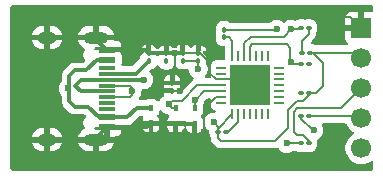
<source format=gtl>
G04 #@! TF.GenerationSoftware,KiCad,Pcbnew,9.0.1*
G04 #@! TF.CreationDate,2025-08-21T17:20:25+05:00*
G04 #@! TF.ProjectId,usb_to_uart,7573625f-746f-45f7-9561-72742e6b6963,rev?*
G04 #@! TF.SameCoordinates,Original*
G04 #@! TF.FileFunction,Copper,L1,Top*
G04 #@! TF.FilePolarity,Positive*
%FSLAX46Y46*%
G04 Gerber Fmt 4.6, Leading zero omitted, Abs format (unit mm)*
G04 Created by KiCad (PCBNEW 9.0.1) date 2025-08-21 17:20:25*
%MOMM*%
%LPD*%
G01*
G04 APERTURE LIST*
G04 Aperture macros list*
%AMRoundRect*
0 Rectangle with rounded corners*
0 $1 Rounding radius*
0 $2 $3 $4 $5 $6 $7 $8 $9 X,Y pos of 4 corners*
0 Add a 4 corners polygon primitive as box body*
4,1,4,$2,$3,$4,$5,$6,$7,$8,$9,$2,$3,0*
0 Add four circle primitives for the rounded corners*
1,1,$1+$1,$2,$3*
1,1,$1+$1,$4,$5*
1,1,$1+$1,$6,$7*
1,1,$1+$1,$8,$9*
0 Add four rect primitives between the rounded corners*
20,1,$1+$1,$2,$3,$4,$5,0*
20,1,$1+$1,$4,$5,$6,$7,0*
20,1,$1+$1,$6,$7,$8,$9,0*
20,1,$1+$1,$8,$9,$2,$3,0*%
G04 Aperture macros list end*
G04 #@! TA.AperFunction,SMDPad,CuDef*
%ADD10RoundRect,0.100000X-0.130000X-0.100000X0.130000X-0.100000X0.130000X0.100000X-0.130000X0.100000X0*%
G04 #@! TD*
G04 #@! TA.AperFunction,SMDPad,CuDef*
%ADD11R,0.400000X0.480000*%
G04 #@! TD*
G04 #@! TA.AperFunction,SMDPad,CuDef*
%ADD12RoundRect,0.100000X0.130000X0.100000X-0.130000X0.100000X-0.130000X-0.100000X0.130000X-0.100000X0*%
G04 #@! TD*
G04 #@! TA.AperFunction,SMDPad,CuDef*
%ADD13RoundRect,0.062500X-0.337500X-0.062500X0.337500X-0.062500X0.337500X0.062500X-0.337500X0.062500X0*%
G04 #@! TD*
G04 #@! TA.AperFunction,SMDPad,CuDef*
%ADD14RoundRect,0.062500X-0.062500X-0.337500X0.062500X-0.337500X0.062500X0.337500X-0.062500X0.337500X0*%
G04 #@! TD*
G04 #@! TA.AperFunction,HeatsinkPad*
%ADD15R,3.350000X3.350000*%
G04 #@! TD*
G04 #@! TA.AperFunction,ComponentPad*
%ADD16R,1.700000X1.700000*%
G04 #@! TD*
G04 #@! TA.AperFunction,ComponentPad*
%ADD17C,1.700000*%
G04 #@! TD*
G04 #@! TA.AperFunction,SMDPad,CuDef*
%ADD18RoundRect,0.100000X0.100000X-0.130000X0.100000X0.130000X-0.100000X0.130000X-0.100000X-0.130000X0*%
G04 #@! TD*
G04 #@! TA.AperFunction,SMDPad,CuDef*
%ADD19R,1.450000X0.600000*%
G04 #@! TD*
G04 #@! TA.AperFunction,SMDPad,CuDef*
%ADD20R,1.450000X0.300000*%
G04 #@! TD*
G04 #@! TA.AperFunction,HeatsinkPad*
%ADD21O,2.100000X1.000000*%
G04 #@! TD*
G04 #@! TA.AperFunction,HeatsinkPad*
%ADD22O,1.600000X1.000000*%
G04 #@! TD*
G04 #@! TA.AperFunction,ViaPad*
%ADD23C,0.600000*%
G04 #@! TD*
G04 #@! TA.AperFunction,Conductor*
%ADD24C,0.200000*%
G04 #@! TD*
G04 #@! TA.AperFunction,Conductor*
%ADD25C,0.300000*%
G04 #@! TD*
G04 APERTURE END LIST*
D10*
X138125000Y-102200000D03*
X138765000Y-102200000D03*
D11*
X127500000Y-107220000D03*
X127500000Y-105900000D03*
D12*
X138840000Y-101200000D03*
X138200000Y-101200000D03*
D13*
X131350000Y-102480000D03*
X131350000Y-102980000D03*
X131350000Y-103480000D03*
X131350000Y-103980000D03*
X131350000Y-104480000D03*
X131350000Y-104980000D03*
X131350000Y-105480000D03*
D14*
X132300000Y-106430000D03*
X132800000Y-106430000D03*
X133300000Y-106430000D03*
X133800000Y-106430000D03*
X134300000Y-106430000D03*
X134800000Y-106430000D03*
X135300000Y-106430000D03*
D13*
X136250000Y-105480000D03*
X136250000Y-104980000D03*
X136250000Y-104480000D03*
X136250000Y-103980000D03*
X136250000Y-103480000D03*
X136250000Y-102980000D03*
X136250000Y-102480000D03*
D14*
X135300000Y-101530000D03*
X134800000Y-101530000D03*
X134300000Y-101530000D03*
X133800000Y-101530000D03*
X133300000Y-101530000D03*
X132800000Y-101530000D03*
X132300000Y-101530000D03*
D15*
X133800000Y-103980000D03*
D12*
X138765000Y-106600000D03*
X138125000Y-106600000D03*
D16*
X143215000Y-99120000D03*
D17*
X143215000Y-101660000D03*
X143215000Y-104200000D03*
X143215000Y-106740000D03*
X143215000Y-109280000D03*
D18*
X126700000Y-101920000D03*
X126700000Y-101280000D03*
X127200000Y-104420000D03*
X127200000Y-103780000D03*
X125200000Y-101900000D03*
X125200000Y-101260000D03*
D19*
X121685000Y-101000000D03*
X121685000Y-101800000D03*
D20*
X121685000Y-103000000D03*
X121685000Y-104000000D03*
X121685000Y-104500000D03*
X121685000Y-105500000D03*
D19*
X121685000Y-106700000D03*
X121685000Y-107500000D03*
X121685000Y-107500000D03*
X121685000Y-106700000D03*
D20*
X121685000Y-106000000D03*
X121685000Y-105000000D03*
X121685000Y-103500000D03*
X121685000Y-102500000D03*
D19*
X121685000Y-101800000D03*
X121685000Y-101000000D03*
D21*
X120770000Y-99930000D03*
D22*
X116590000Y-99930000D03*
D21*
X120770000Y-108570000D03*
D22*
X116590000Y-108570000D03*
D11*
X129100000Y-105940000D03*
X129100000Y-107260000D03*
D12*
X138775000Y-104600000D03*
X138135000Y-104600000D03*
X138765000Y-108900000D03*
X138125000Y-108900000D03*
D11*
X125400000Y-105887500D03*
X125400000Y-107207500D03*
D10*
X131080000Y-107900000D03*
X131720000Y-107900000D03*
D18*
X129400000Y-101920000D03*
X129400000Y-101280000D03*
X128100000Y-101900000D03*
X128100000Y-101260000D03*
D10*
X138125000Y-99100000D03*
X138765000Y-99100000D03*
D18*
X131600000Y-99920000D03*
X131600000Y-99280000D03*
D23*
X134500000Y-102888663D03*
X132700000Y-103400000D03*
X127900000Y-104500000D03*
X135100000Y-104888663D03*
X127400000Y-101260000D03*
X134500000Y-103880000D03*
X133930262Y-103891337D03*
X133930262Y-104900000D03*
X132700000Y-104908663D03*
X133930262Y-104411337D03*
X126500000Y-107207500D03*
X132700000Y-103900000D03*
X134500000Y-104888663D03*
X133300000Y-103391337D03*
X132700000Y-104420000D03*
X132700000Y-102908663D03*
X134500000Y-104400000D03*
X133930262Y-103391337D03*
X135100000Y-102888663D03*
X135100000Y-104400000D03*
X129900000Y-107900000D03*
X133300000Y-104900000D03*
X135100000Y-103380000D03*
X133300000Y-102900000D03*
X133300000Y-104411337D03*
X135100000Y-103880000D03*
X133300000Y-103891337D03*
X134500000Y-103380000D03*
X133930262Y-102900000D03*
X136050000Y-99250000D03*
X118396490Y-104241404D03*
X129400000Y-102600000D03*
X130700000Y-107100000D03*
X139200000Y-107800000D03*
X137250000Y-99250000D03*
X136900000Y-108900000D03*
X137300000Y-102000000D03*
X126900000Y-105600000D03*
X123800000Y-104500000D03*
X129100000Y-105200000D03*
X124800000Y-103500000D03*
D24*
X129400000Y-101280000D02*
X129400000Y-100000000D01*
X132500000Y-103480000D02*
X133000000Y-103480000D01*
X129400000Y-100000000D02*
X131200000Y-98200000D01*
D25*
X125200000Y-101260000D02*
X124940000Y-101000000D01*
D24*
X133300000Y-103480000D02*
X133460000Y-103640000D01*
D25*
X121685000Y-107500000D02*
X120615000Y-108570000D01*
X120615000Y-108570000D02*
X116590000Y-108570000D01*
D24*
X129060000Y-107220000D02*
X129100000Y-107260000D01*
X129900000Y-107900000D02*
X129900000Y-108000000D01*
D25*
X126500000Y-107207500D02*
X127487500Y-107207500D01*
X125412500Y-107220000D02*
X125400000Y-107207500D01*
X125107500Y-107500000D02*
X121685000Y-107500000D01*
D24*
X127200000Y-104420000D02*
X127820000Y-104420000D01*
X128100000Y-101260000D02*
X129380000Y-101260000D01*
D25*
X125400000Y-107207500D02*
X125107500Y-107500000D01*
D24*
X130934202Y-104980000D02*
X129900000Y-106014202D01*
X127200000Y-102700000D02*
X127400000Y-102500000D01*
X130300000Y-102900000D02*
X130880000Y-103480000D01*
X127500000Y-107220000D02*
X129060000Y-107220000D01*
X127200000Y-103780000D02*
X127200000Y-102700000D01*
X129380000Y-101260000D02*
X129400000Y-101280000D01*
X133000000Y-103480000D02*
X133300000Y-103480000D01*
X131350000Y-104980000D02*
X130934202Y-104980000D01*
X142295000Y-98200000D02*
X143215000Y-99120000D01*
X130880000Y-103480000D02*
X132500000Y-103480000D01*
D25*
X125200000Y-101260000D02*
X127400000Y-101260000D01*
D24*
X129400000Y-101280000D02*
X129580000Y-101280000D01*
X127820000Y-104420000D02*
X127900000Y-104500000D01*
D25*
X124940000Y-101000000D02*
X121685000Y-101000000D01*
D24*
X130300000Y-102000000D02*
X130300000Y-102900000D01*
X129580000Y-101280000D02*
X130300000Y-102000000D01*
D25*
X127400000Y-101260000D02*
X128100000Y-101260000D01*
D24*
X127400000Y-102500000D02*
X127400000Y-101260000D01*
D25*
X120615000Y-99930000D02*
X116590000Y-99930000D01*
X125400000Y-107207500D02*
X126500000Y-107207500D01*
D24*
X129900000Y-106014202D02*
X129900000Y-107900000D01*
D25*
X127487500Y-107207500D02*
X127500000Y-107220000D01*
D24*
X131200000Y-98200000D02*
X142295000Y-98200000D01*
D25*
X121685000Y-101000000D02*
X120615000Y-99930000D01*
D24*
X131600000Y-99280000D02*
X135980000Y-99280000D01*
X135980000Y-99280000D02*
X136000000Y-99300000D01*
X132020000Y-99920000D02*
X132300000Y-100200000D01*
X132300000Y-100200000D02*
X132300000Y-101530000D01*
X131600000Y-99920000D02*
X132020000Y-99920000D01*
D25*
X121685000Y-101800000D02*
X120826719Y-101800000D01*
D24*
X131080000Y-107650000D02*
X131080000Y-107900000D01*
D25*
X118992000Y-105792000D02*
X119892000Y-105792000D01*
X118458596Y-104241404D02*
X118500000Y-104200000D01*
D24*
X131080000Y-107480000D02*
X130700000Y-107100000D01*
X138274999Y-105300000D02*
X138775000Y-104799999D01*
D25*
X121000000Y-106700000D02*
X121685000Y-106700000D01*
D24*
X137000000Y-106100000D02*
X137800000Y-105300000D01*
X131080000Y-107900000D02*
X131080000Y-108480000D01*
D25*
X118500000Y-103200000D02*
X118500000Y-105300000D01*
D24*
X138840000Y-101200000D02*
X142755000Y-101200000D01*
X131080000Y-107900000D02*
X131080000Y-107480000D01*
X138775000Y-104799999D02*
X138775000Y-104600000D01*
X139400000Y-104600000D02*
X138775000Y-104600000D01*
X140000000Y-102100000D02*
X140000000Y-104000000D01*
X131080000Y-108480000D02*
X131300000Y-108700000D01*
X135900000Y-108700000D02*
X137000000Y-107600000D01*
D25*
X119926719Y-102700000D02*
X119000000Y-102700000D01*
D24*
X132300000Y-106430000D02*
X131080000Y-107650000D01*
D25*
X119000000Y-102700000D02*
X118500000Y-103200000D01*
X119892000Y-105792000D02*
X120092000Y-105792000D01*
D24*
X139100000Y-101200000D02*
X140000000Y-102100000D01*
D25*
X118500000Y-105300000D02*
X118992000Y-105792000D01*
D24*
X140000000Y-104000000D02*
X139400000Y-104600000D01*
D25*
X123408521Y-106700000D02*
X124221021Y-105887500D01*
D24*
X129400000Y-101920000D02*
X129400000Y-102600000D01*
X137000000Y-107600000D02*
X137000000Y-106100000D01*
X138840000Y-101200000D02*
X139100000Y-101200000D01*
X142755000Y-101200000D02*
X143215000Y-101660000D01*
X137800000Y-105300000D02*
X138274999Y-105300000D01*
D25*
X120092000Y-105792000D02*
X121000000Y-106700000D01*
D24*
X129380000Y-101900000D02*
X129400000Y-101920000D01*
X128100000Y-101900000D02*
X129380000Y-101900000D01*
D25*
X124221021Y-105887500D02*
X125400000Y-105887500D01*
X118396490Y-104241404D02*
X118458596Y-104241404D01*
X120826719Y-101800000D02*
X119926719Y-102700000D01*
X121685000Y-106700000D02*
X123408521Y-106700000D01*
D24*
X131300000Y-108700000D02*
X135900000Y-108700000D01*
X133300000Y-100400000D02*
X133849000Y-99851000D01*
X136649000Y-99851000D02*
X137250000Y-99250000D01*
X137250000Y-99250000D02*
X137300000Y-99200000D01*
X138125000Y-106600000D02*
X138125000Y-106799999D01*
X139125001Y-107800000D02*
X139200000Y-107800000D01*
X133300000Y-101530000D02*
X133300000Y-100400000D01*
X138125000Y-106799999D02*
X139125001Y-107800000D01*
X133849000Y-99851000D02*
X136649000Y-99851000D01*
X137975000Y-99250000D02*
X138125000Y-99100000D01*
X137250000Y-99250000D02*
X137975000Y-99250000D01*
X138765000Y-99635000D02*
X138200000Y-100200000D01*
X138200000Y-100200000D02*
X138200000Y-101200000D01*
X138765000Y-99100000D02*
X138765000Y-99635000D01*
X134000000Y-100500000D02*
X136900000Y-100500000D01*
X137300000Y-102000000D02*
X137500000Y-102200000D01*
X133800000Y-101530000D02*
X133800000Y-100700000D01*
X137500000Y-102200000D02*
X138125000Y-102200000D01*
X137200000Y-101900000D02*
X137300000Y-102000000D01*
X137200000Y-100800000D02*
X137200000Y-101900000D01*
X136900000Y-100500000D02*
X137200000Y-100800000D01*
X136900000Y-108900000D02*
X138125000Y-108900000D01*
X133800000Y-100700000D02*
X134000000Y-100500000D01*
X126900000Y-105600000D02*
X127199997Y-105300003D01*
X127200000Y-105900000D02*
X127500000Y-105900000D01*
X121685000Y-104000000D02*
X123600000Y-104000000D01*
X123600000Y-104000000D02*
X123800000Y-104200000D01*
X123600000Y-105000000D02*
X121685000Y-105000000D01*
X127199997Y-105300003D02*
X128001340Y-105300003D01*
X123800000Y-104500000D02*
X123800000Y-104800000D01*
X123800000Y-104800000D02*
X123600000Y-105000000D01*
X123800000Y-104200000D02*
X123800000Y-104500000D01*
X128001340Y-105300003D02*
X129321343Y-103980000D01*
X126900000Y-105600000D02*
X127200000Y-105900000D01*
X129321343Y-103980000D02*
X131350000Y-103980000D01*
D25*
X121685000Y-103500000D02*
X124800000Y-103500000D01*
X119500000Y-103500000D02*
X121685000Y-103500000D01*
X119000000Y-104000000D02*
X119500000Y-103500000D01*
D24*
X129100000Y-105940000D02*
X129100000Y-105400000D01*
X129920000Y-104480000D02*
X131350000Y-104480000D01*
D25*
X119500000Y-104500000D02*
X119000000Y-104000000D01*
D24*
X129100000Y-105940000D02*
X129100000Y-105300000D01*
X129100000Y-105300000D02*
X129920000Y-104480000D01*
D25*
X121685000Y-104500000D02*
X119500000Y-104500000D01*
X124100000Y-103000000D02*
X121685000Y-103000000D01*
X125200000Y-101900000D02*
X124100000Y-103000000D01*
D24*
X141515000Y-105900000D02*
X137800000Y-105900000D01*
X137800000Y-105900000D02*
X137500000Y-106200000D01*
X143215000Y-104200000D02*
X141515000Y-105900000D01*
X138264999Y-108200000D02*
X138765000Y-108700001D01*
X137800000Y-108200000D02*
X138264999Y-108200000D01*
X138765000Y-108700001D02*
X138765000Y-108900000D01*
X137500000Y-106200000D02*
X137500000Y-107900000D01*
X137500000Y-107900000D02*
X137800000Y-108200000D01*
X138765000Y-106600000D02*
X143075000Y-106600000D01*
X143075000Y-106600000D02*
X143215000Y-106740000D01*
X131949999Y-107900000D02*
X132800000Y-107049999D01*
X131720000Y-107900000D02*
X131949999Y-107900000D01*
X132800000Y-107049999D02*
X132800000Y-106430000D01*
G04 #@! TA.AperFunction,Conductor*
G36*
X143925911Y-97200482D02*
G01*
X143926185Y-97200500D01*
X143934108Y-97200500D01*
X143990244Y-97200500D01*
X144009630Y-97202025D01*
X144042253Y-97207192D01*
X144079146Y-97219179D01*
X144099765Y-97229685D01*
X144131151Y-97252489D01*
X144147510Y-97268848D01*
X144170314Y-97300234D01*
X144180820Y-97320853D01*
X144192808Y-97357748D01*
X144193610Y-97362815D01*
X144197973Y-97390362D01*
X144199500Y-97409755D01*
X144199500Y-97646000D01*
X144179815Y-97713039D01*
X144127011Y-97758794D01*
X144075500Y-97770000D01*
X143465000Y-97770000D01*
X143465000Y-98686988D01*
X143407993Y-98654075D01*
X143280826Y-98620000D01*
X143149174Y-98620000D01*
X143022007Y-98654075D01*
X142965000Y-98686988D01*
X142965000Y-97770000D01*
X142317155Y-97770000D01*
X142257627Y-97776401D01*
X142257620Y-97776403D01*
X142122913Y-97826645D01*
X142122906Y-97826649D01*
X142007812Y-97912809D01*
X142007809Y-97912812D01*
X141921649Y-98027906D01*
X141921645Y-98027913D01*
X141871403Y-98162620D01*
X141871401Y-98162627D01*
X141865000Y-98222155D01*
X141865000Y-98870000D01*
X142781988Y-98870000D01*
X142749075Y-98927007D01*
X142715000Y-99054174D01*
X142715000Y-99185826D01*
X142749075Y-99312993D01*
X142781988Y-99370000D01*
X141865000Y-99370000D01*
X141865000Y-100017844D01*
X141871401Y-100077372D01*
X141871403Y-100077379D01*
X141921645Y-100212086D01*
X141921649Y-100212093D01*
X142007809Y-100327186D01*
X142073326Y-100376233D01*
X142115197Y-100432167D01*
X142120181Y-100501859D01*
X142086696Y-100563182D01*
X142025372Y-100596666D01*
X141999015Y-100599500D01*
X139346257Y-100599500D01*
X139279218Y-100579815D01*
X139273900Y-100576075D01*
X139272836Y-100575461D01*
X139126765Y-100514957D01*
X139126763Y-100514956D01*
X139126762Y-100514956D01*
X139097507Y-100511104D01*
X139029234Y-100502116D01*
X138965338Y-100473849D01*
X138926867Y-100415525D01*
X138926036Y-100345660D01*
X138957739Y-100291496D01*
X139019235Y-100230000D01*
X139245520Y-100003716D01*
X139324577Y-99866784D01*
X139365501Y-99714057D01*
X139365501Y-99615352D01*
X139385186Y-99548313D01*
X139391115Y-99539878D01*
X139419536Y-99502841D01*
X139480044Y-99356762D01*
X139495500Y-99239361D01*
X139495499Y-98960640D01*
X139495499Y-98960636D01*
X139480046Y-98843246D01*
X139480044Y-98843241D01*
X139480044Y-98843238D01*
X139419536Y-98697159D01*
X139323282Y-98571718D01*
X139197841Y-98475464D01*
X139135158Y-98449500D01*
X139051762Y-98414956D01*
X139051760Y-98414955D01*
X138934361Y-98399500D01*
X138595636Y-98399500D01*
X138478234Y-98414955D01*
X138477083Y-98415264D01*
X138475891Y-98415264D01*
X138470179Y-98416016D01*
X138470080Y-98415264D01*
X138419919Y-98415264D01*
X138419820Y-98416017D01*
X138414107Y-98415264D01*
X138412917Y-98415265D01*
X138411765Y-98414956D01*
X138294361Y-98399500D01*
X137955636Y-98399500D01*
X137838246Y-98414953D01*
X137838237Y-98414956D01*
X137692158Y-98475464D01*
X137671740Y-98491131D01*
X137606570Y-98516323D01*
X137548805Y-98507314D01*
X137509735Y-98491131D01*
X137483498Y-98480263D01*
X137483488Y-98480260D01*
X137328845Y-98449500D01*
X137328842Y-98449500D01*
X137171158Y-98449500D01*
X137171155Y-98449500D01*
X137016510Y-98480261D01*
X137016498Y-98480264D01*
X136870827Y-98540602D01*
X136870814Y-98540609D01*
X136739711Y-98628210D01*
X136739707Y-98628213D01*
X136737681Y-98630240D01*
X136736357Y-98630962D01*
X136735001Y-98632076D01*
X136734789Y-98631818D01*
X136676358Y-98663725D01*
X136606666Y-98658741D01*
X136565060Y-98632001D01*
X136564999Y-98632076D01*
X136564360Y-98631552D01*
X136562319Y-98630240D01*
X136560292Y-98628213D01*
X136560288Y-98628210D01*
X136429185Y-98540609D01*
X136429172Y-98540602D01*
X136283501Y-98480264D01*
X136283489Y-98480261D01*
X136128845Y-98449500D01*
X136128842Y-98449500D01*
X135971158Y-98449500D01*
X135971155Y-98449500D01*
X135816510Y-98480261D01*
X135816498Y-98480264D01*
X135670827Y-98540602D01*
X135670814Y-98540609D01*
X135539711Y-98628210D01*
X135539707Y-98628213D01*
X135524740Y-98643181D01*
X135463417Y-98676666D01*
X135437059Y-98679500D01*
X132115354Y-98679500D01*
X132048315Y-98659815D01*
X132039881Y-98653886D01*
X132002841Y-98625464D01*
X132002838Y-98625463D01*
X132002836Y-98625461D01*
X131856765Y-98564957D01*
X131856760Y-98564955D01*
X131739361Y-98549500D01*
X131460636Y-98549500D01*
X131343246Y-98564953D01*
X131343237Y-98564956D01*
X131197160Y-98625463D01*
X131071718Y-98721718D01*
X130975463Y-98847160D01*
X130914956Y-98993237D01*
X130914955Y-98993239D01*
X130899500Y-99110638D01*
X130899500Y-99449363D01*
X130914955Y-99566763D01*
X130915263Y-99567912D01*
X130915263Y-99569101D01*
X130916016Y-99574821D01*
X130915263Y-99574920D01*
X130915265Y-99625081D01*
X130916017Y-99625180D01*
X130915265Y-99630884D01*
X130915266Y-99632079D01*
X130914956Y-99633234D01*
X130899500Y-99750638D01*
X130899500Y-100089363D01*
X130914953Y-100206753D01*
X130914956Y-100206762D01*
X130974396Y-100350264D01*
X130975464Y-100352841D01*
X131071718Y-100478282D01*
X131197159Y-100574536D01*
X131343238Y-100635044D01*
X131460639Y-100650500D01*
X131575500Y-100650499D01*
X131584185Y-100653049D01*
X131593147Y-100651761D01*
X131617184Y-100662738D01*
X131642539Y-100670183D01*
X131648467Y-100677025D01*
X131656703Y-100680786D01*
X131670989Y-100703017D01*
X131688294Y-100722987D01*
X131690581Y-100733502D01*
X131694477Y-100739564D01*
X131699500Y-100774499D01*
X131699500Y-100995492D01*
X131690062Y-101042942D01*
X131688992Y-101045524D01*
X131688990Y-101045529D01*
X131674501Y-101155589D01*
X131674500Y-101155605D01*
X131674500Y-101730500D01*
X131654815Y-101797539D01*
X131602011Y-101843294D01*
X131550500Y-101854500D01*
X130975596Y-101854500D01*
X130865536Y-101868988D01*
X130865527Y-101868991D01*
X130728574Y-101925719D01*
X130728571Y-101925720D01*
X130728571Y-101925721D01*
X130610964Y-102015964D01*
X130550530Y-102094724D01*
X130520719Y-102133574D01*
X130463991Y-102270527D01*
X130463990Y-102270529D01*
X130449500Y-102380598D01*
X130449500Y-102579403D01*
X130463989Y-102689468D01*
X130466094Y-102697322D01*
X130462814Y-102698200D01*
X130468581Y-102752073D01*
X130465517Y-102762522D01*
X130466095Y-102762677D01*
X130463990Y-102770529D01*
X130449500Y-102880598D01*
X130449500Y-103079403D01*
X130463989Y-103189468D01*
X130466094Y-103197322D01*
X130463010Y-103198148D01*
X130468849Y-103252737D01*
X130467975Y-103257113D01*
X130462548Y-103281960D01*
X130448182Y-103308215D01*
X130436076Y-103335583D01*
X130431591Y-103338541D01*
X130429012Y-103343255D01*
X130402732Y-103357575D01*
X130377751Y-103374053D01*
X130370501Y-103375139D01*
X130367660Y-103376688D01*
X130362607Y-103376322D01*
X130341404Y-103379500D01*
X130051941Y-103379500D01*
X129984902Y-103359815D01*
X129939147Y-103307011D01*
X129929203Y-103237853D01*
X129958228Y-103174297D01*
X129964260Y-103167819D01*
X130021786Y-103110292D01*
X130021789Y-103110289D01*
X130109394Y-102979179D01*
X130169737Y-102833497D01*
X130200500Y-102678842D01*
X130200500Y-102521158D01*
X130200500Y-102521155D01*
X130200499Y-102521153D01*
X130192808Y-102482488D01*
X130169737Y-102366503D01*
X130109394Y-102220821D01*
X130109393Y-102220819D01*
X130107151Y-102216623D01*
X130092910Y-102148220D01*
X130093568Y-102142004D01*
X130100500Y-102089361D01*
X130100499Y-101750640D01*
X130100499Y-101750639D01*
X130100499Y-101750636D01*
X130085046Y-101633249D01*
X130085044Y-101633244D01*
X130085044Y-101633238D01*
X130085041Y-101633231D01*
X130084477Y-101631125D01*
X130084477Y-101628924D01*
X130083984Y-101625179D01*
X130084477Y-101625114D01*
X130084477Y-101574817D01*
X130083495Y-101574688D01*
X130084477Y-101567229D01*
X130084477Y-101566923D01*
X130084556Y-101566627D01*
X130095961Y-101480000D01*
X130080193Y-101480000D01*
X130051084Y-101471452D01*
X130021394Y-101465173D01*
X130017020Y-101461450D01*
X130013154Y-101460315D01*
X129993018Y-101444185D01*
X129986983Y-101438219D01*
X129928282Y-101361718D01*
X129844780Y-101297645D01*
X129839257Y-101292185D01*
X129825949Y-101268143D01*
X129809743Y-101245948D01*
X129809270Y-101238010D01*
X129805420Y-101231055D01*
X129807222Y-101203636D01*
X129805588Y-101176202D01*
X129809481Y-101169269D01*
X129810003Y-101161336D01*
X129826344Y-101139242D01*
X129839801Y-101115281D01*
X129846823Y-101111554D01*
X129851551Y-101105163D01*
X129877242Y-101095411D01*
X129901518Y-101082529D01*
X129914711Y-101081189D01*
X129916874Y-101080369D01*
X129918794Y-101080775D01*
X129926432Y-101080000D01*
X130095959Y-101080000D01*
X130095960Y-101079998D01*
X130084557Y-100993372D01*
X130084555Y-100993366D01*
X130024100Y-100847414D01*
X129927924Y-100722075D01*
X129802586Y-100625899D01*
X129656631Y-100565444D01*
X129600000Y-100557987D01*
X129600000Y-101065500D01*
X129597449Y-101074185D01*
X129598738Y-101083147D01*
X129587759Y-101107187D01*
X129580315Y-101132539D01*
X129573474Y-101138466D01*
X129569713Y-101146703D01*
X129547478Y-101160992D01*
X129527511Y-101178294D01*
X129516996Y-101180581D01*
X129510935Y-101184477D01*
X129476000Y-101189500D01*
X129324000Y-101189500D01*
X129256961Y-101169815D01*
X129211206Y-101117011D01*
X129200000Y-101065500D01*
X129200000Y-100557987D01*
X129143368Y-100565444D01*
X128997413Y-100625899D01*
X128872074Y-100722076D01*
X128856048Y-100742962D01*
X128799619Y-100784164D01*
X128729873Y-100788318D01*
X128668953Y-100754104D01*
X128659297Y-100742961D01*
X128627924Y-100702075D01*
X128502586Y-100605899D01*
X128356631Y-100545444D01*
X128300000Y-100537987D01*
X128300000Y-101045500D01*
X128297449Y-101054185D01*
X128298738Y-101063147D01*
X128287759Y-101087187D01*
X128280315Y-101112539D01*
X128273474Y-101118466D01*
X128269713Y-101126703D01*
X128247478Y-101140992D01*
X128227511Y-101158294D01*
X128216996Y-101160581D01*
X128210935Y-101164477D01*
X128176000Y-101169500D01*
X128024000Y-101169500D01*
X127956961Y-101149815D01*
X127911206Y-101097011D01*
X127900000Y-101045500D01*
X127900000Y-100537987D01*
X127843368Y-100545444D01*
X127697413Y-100605899D01*
X127572073Y-100702077D01*
X127490701Y-100808122D01*
X127434273Y-100849325D01*
X127364527Y-100853479D01*
X127303607Y-100819266D01*
X127293950Y-100808121D01*
X127227926Y-100722076D01*
X127102586Y-100625899D01*
X126956631Y-100565444D01*
X126900000Y-100557987D01*
X126900000Y-101065500D01*
X126897449Y-101074185D01*
X126898738Y-101083147D01*
X126887759Y-101107187D01*
X126880315Y-101132539D01*
X126873474Y-101138466D01*
X126869713Y-101146703D01*
X126847478Y-101160992D01*
X126827511Y-101178294D01*
X126816996Y-101180581D01*
X126810935Y-101184477D01*
X126776000Y-101189500D01*
X126624000Y-101189500D01*
X126556961Y-101169815D01*
X126511206Y-101117011D01*
X126500000Y-101065500D01*
X126500000Y-100557987D01*
X126443368Y-100565444D01*
X126297413Y-100625899D01*
X126172075Y-100722075D01*
X126075901Y-100847411D01*
X126068703Y-100864789D01*
X126024861Y-100919192D01*
X125958567Y-100941256D01*
X125890867Y-100923976D01*
X125843258Y-100872838D01*
X125839581Y-100864788D01*
X125824099Y-100827412D01*
X125727924Y-100702075D01*
X125602586Y-100605899D01*
X125456631Y-100545444D01*
X125400000Y-100537987D01*
X125400000Y-101045500D01*
X125397449Y-101054185D01*
X125398738Y-101063147D01*
X125387759Y-101087187D01*
X125380315Y-101112539D01*
X125373474Y-101118466D01*
X125369713Y-101126703D01*
X125347478Y-101140992D01*
X125327511Y-101158294D01*
X125316996Y-101160581D01*
X125310935Y-101164477D01*
X125276000Y-101169500D01*
X125124000Y-101169500D01*
X125056961Y-101149815D01*
X125011206Y-101097011D01*
X125000000Y-101045500D01*
X125000000Y-100537987D01*
X124943368Y-100545444D01*
X124797413Y-100605899D01*
X124672075Y-100702075D01*
X124575899Y-100827413D01*
X124515445Y-100973365D01*
X124515444Y-100973369D01*
X124504038Y-101060000D01*
X124673568Y-101060000D01*
X124695146Y-101066336D01*
X124717570Y-101068070D01*
X124728023Y-101075990D01*
X124740607Y-101079685D01*
X124755334Y-101096681D01*
X124773261Y-101110263D01*
X124777773Y-101122577D01*
X124786362Y-101132489D01*
X124789562Y-101154748D01*
X124797301Y-101175866D01*
X124794439Y-101188665D01*
X124796306Y-101201647D01*
X124786962Y-101222105D01*
X124782056Y-101244053D01*
X124771162Y-101256702D01*
X124767281Y-101265203D01*
X124760743Y-101272185D01*
X124755219Y-101277645D01*
X124671718Y-101341718D01*
X124613016Y-101418219D01*
X124606982Y-101424185D01*
X124583392Y-101436889D01*
X124561755Y-101452689D01*
X124550375Y-101454672D01*
X124545467Y-101457316D01*
X124538359Y-101456766D01*
X124519807Y-101460000D01*
X124504041Y-101460000D01*
X124504039Y-101460001D01*
X124515442Y-101546628D01*
X124515525Y-101546935D01*
X124515548Y-101547427D01*
X124516504Y-101554689D01*
X124515893Y-101554769D01*
X124516033Y-101557758D01*
X124518890Y-101564450D01*
X124517351Y-101585789D01*
X124518007Y-101599733D01*
X124516247Y-101610119D01*
X124514956Y-101613238D01*
X124512291Y-101633473D01*
X124511906Y-101635751D01*
X124497571Y-101665170D01*
X124484318Y-101695127D01*
X124481463Y-101698229D01*
X124481302Y-101698561D01*
X124480976Y-101698759D01*
X124477329Y-101702723D01*
X123866873Y-102313181D01*
X123805550Y-102346666D01*
X123779192Y-102349500D01*
X123026976Y-102349500D01*
X122959937Y-102329815D01*
X122914182Y-102277011D01*
X122903693Y-102238815D01*
X122903639Y-102238315D01*
X122903632Y-102211745D01*
X122904089Y-102207486D01*
X122904091Y-102207483D01*
X122910500Y-102147873D01*
X122910499Y-101452128D01*
X122906067Y-101410898D01*
X122906068Y-101384393D01*
X122909999Y-101347833D01*
X122910000Y-101347819D01*
X122910000Y-101250000D01*
X122909948Y-101249948D01*
X122843085Y-101230315D01*
X122810859Y-101200313D01*
X122767546Y-101142454D01*
X122740994Y-101122577D01*
X122652335Y-101056206D01*
X122652328Y-101056202D01*
X122517482Y-101005908D01*
X122517483Y-101005908D01*
X122457883Y-100999501D01*
X122457881Y-100999500D01*
X122457873Y-100999500D01*
X122457865Y-100999500D01*
X120912129Y-100999500D01*
X120912123Y-100999501D01*
X120852516Y-101005908D01*
X120815942Y-101019550D01*
X120746250Y-101024534D01*
X120684929Y-100991049D01*
X120655561Y-100961681D01*
X120622076Y-100900358D01*
X120627060Y-100830666D01*
X120668932Y-100774733D01*
X120734396Y-100750316D01*
X120743242Y-100750000D01*
X122910000Y-100750000D01*
X122910000Y-100652172D01*
X122909999Y-100652155D01*
X122903598Y-100592627D01*
X122903596Y-100592620D01*
X122853354Y-100457913D01*
X122853350Y-100457906D01*
X122767190Y-100342812D01*
X122767187Y-100342809D01*
X122652093Y-100256649D01*
X122652086Y-100256645D01*
X122517379Y-100206403D01*
X122517372Y-100206401D01*
X122457844Y-100200000D01*
X122364924Y-100200000D01*
X122297885Y-100180315D01*
X122297531Y-100180000D01*
X121486988Y-100180000D01*
X121504205Y-100170060D01*
X121560060Y-100114205D01*
X121599556Y-100045796D01*
X121620000Y-99969496D01*
X121620000Y-99890504D01*
X121599556Y-99814204D01*
X121560060Y-99745795D01*
X121504205Y-99689940D01*
X121486988Y-99680000D01*
X122289862Y-99680000D01*
X122281569Y-99638309D01*
X122281569Y-99638307D01*
X122206192Y-99456328D01*
X122206185Y-99456315D01*
X122096751Y-99292537D01*
X122096748Y-99292533D01*
X121957466Y-99153251D01*
X121957462Y-99153248D01*
X121793684Y-99043814D01*
X121793671Y-99043807D01*
X121611693Y-98968430D01*
X121611681Y-98968427D01*
X121418495Y-98930000D01*
X121020000Y-98930000D01*
X121020000Y-99630000D01*
X120520000Y-99630000D01*
X120520000Y-98930000D01*
X120121504Y-98930000D01*
X119928318Y-98968427D01*
X119928306Y-98968430D01*
X119746328Y-99043807D01*
X119746315Y-99043814D01*
X119582537Y-99153248D01*
X119582533Y-99153251D01*
X119443251Y-99292533D01*
X119443248Y-99292537D01*
X119333814Y-99456315D01*
X119333807Y-99456328D01*
X119258430Y-99638307D01*
X119258430Y-99638309D01*
X119250138Y-99680000D01*
X120053012Y-99680000D01*
X120035795Y-99689940D01*
X119979940Y-99745795D01*
X119940444Y-99814204D01*
X119920000Y-99890504D01*
X119920000Y-99969496D01*
X119940444Y-100045796D01*
X119979940Y-100114205D01*
X120035795Y-100170060D01*
X120053012Y-100180000D01*
X119250138Y-100180000D01*
X119258430Y-100221690D01*
X119258430Y-100221692D01*
X119333807Y-100403671D01*
X119333814Y-100403684D01*
X119443248Y-100567462D01*
X119443251Y-100567466D01*
X119582533Y-100706748D01*
X119582537Y-100706751D01*
X119751387Y-100819574D01*
X119750430Y-100821005D01*
X119794425Y-100864211D01*
X119809895Y-100932346D01*
X119786072Y-100998029D01*
X119784309Y-101000094D01*
X119784432Y-101000189D01*
X119779485Y-101006635D01*
X119703719Y-101137863D01*
X119667728Y-101272185D01*
X119664500Y-101284234D01*
X119664500Y-101435766D01*
X119676352Y-101480000D01*
X119703719Y-101582136D01*
X119733223Y-101633238D01*
X119779485Y-101713365D01*
X119779487Y-101713367D01*
X119798765Y-101732645D01*
X119803102Y-101740589D01*
X119810351Y-101746015D01*
X119819587Y-101770777D01*
X119832250Y-101793968D01*
X119831604Y-101802996D01*
X119834768Y-101811479D01*
X119829151Y-101837298D01*
X119827266Y-101863660D01*
X119821446Y-101872714D01*
X119819916Y-101879752D01*
X119798767Y-101908004D01*
X119693590Y-102013182D01*
X119632270Y-102046666D01*
X119605911Y-102049500D01*
X118935929Y-102049500D01*
X118810261Y-102074497D01*
X118810255Y-102074499D01*
X118761429Y-102094724D01*
X118761428Y-102094724D01*
X118691876Y-102123532D01*
X118585326Y-102194726D01*
X117994727Y-102785325D01*
X117994721Y-102785332D01*
X117948505Y-102854500D01*
X117948506Y-102854501D01*
X117923534Y-102891874D01*
X117874499Y-103010255D01*
X117874497Y-103010261D01*
X117849500Y-103135928D01*
X117849500Y-103604953D01*
X117829815Y-103671992D01*
X117813181Y-103692634D01*
X117774703Y-103731111D01*
X117774700Y-103731115D01*
X117687099Y-103862218D01*
X117687092Y-103862231D01*
X117626754Y-104007902D01*
X117626751Y-104007914D01*
X117595990Y-104162557D01*
X117595990Y-104320250D01*
X117626751Y-104474893D01*
X117626754Y-104474905D01*
X117687092Y-104620576D01*
X117687099Y-104620589D01*
X117774700Y-104751692D01*
X117774703Y-104751696D01*
X117813180Y-104790172D01*
X117846666Y-104851494D01*
X117849500Y-104877854D01*
X117849500Y-105364070D01*
X117852788Y-105380598D01*
X117863310Y-105433496D01*
X117865407Y-105444035D01*
X117865407Y-105444037D01*
X117874497Y-105489736D01*
X117874499Y-105489744D01*
X117923003Y-105606844D01*
X117923535Y-105608127D01*
X117991534Y-105709896D01*
X117994726Y-105714673D01*
X118577328Y-106297275D01*
X118577331Y-106297277D01*
X118628977Y-106331785D01*
X118683873Y-106368465D01*
X118802256Y-106417501D01*
X118802260Y-106417501D01*
X118802261Y-106417502D01*
X118927928Y-106442500D01*
X118927931Y-106442500D01*
X119771192Y-106442500D01*
X119800632Y-106451144D01*
X119830619Y-106457668D01*
X119835634Y-106461422D01*
X119838231Y-106462185D01*
X119858873Y-106478819D01*
X119885406Y-106505352D01*
X119918891Y-106566675D01*
X119913907Y-106636367D01*
X119885406Y-106680714D01*
X119779487Y-106786632D01*
X119779485Y-106786635D01*
X119703719Y-106917863D01*
X119676352Y-107020000D01*
X119664500Y-107064234D01*
X119664500Y-107215766D01*
X119676174Y-107259334D01*
X119703719Y-107362136D01*
X119737605Y-107420827D01*
X119779485Y-107493365D01*
X119779488Y-107493368D01*
X119784432Y-107499811D01*
X119781612Y-107501974D01*
X119807302Y-107549020D01*
X119802318Y-107618712D01*
X119760446Y-107674645D01*
X119751379Y-107680416D01*
X119751387Y-107680427D01*
X119582536Y-107793248D01*
X119443251Y-107932533D01*
X119443248Y-107932537D01*
X119333814Y-108096315D01*
X119333807Y-108096328D01*
X119258430Y-108278307D01*
X119258430Y-108278309D01*
X119250138Y-108320000D01*
X120053012Y-108320000D01*
X120035795Y-108329940D01*
X119979940Y-108385795D01*
X119940444Y-108454204D01*
X119920000Y-108530504D01*
X119920000Y-108609496D01*
X119940444Y-108685796D01*
X119979940Y-108754205D01*
X120035795Y-108810060D01*
X120053012Y-108820000D01*
X119250138Y-108820000D01*
X119258430Y-108861690D01*
X119258430Y-108861692D01*
X119333807Y-109043671D01*
X119333814Y-109043684D01*
X119443248Y-109207462D01*
X119443251Y-109207466D01*
X119582533Y-109346748D01*
X119582537Y-109346751D01*
X119746315Y-109456185D01*
X119746328Y-109456192D01*
X119928306Y-109531569D01*
X119928318Y-109531572D01*
X120121504Y-109569999D01*
X120121508Y-109570000D01*
X120520000Y-109570000D01*
X120520000Y-108870000D01*
X121020000Y-108870000D01*
X121020000Y-109570000D01*
X121418492Y-109570000D01*
X121418495Y-109569999D01*
X121611681Y-109531572D01*
X121611693Y-109531569D01*
X121793671Y-109456192D01*
X121793684Y-109456185D01*
X121957462Y-109346751D01*
X121957466Y-109346748D01*
X122096748Y-109207466D01*
X122096751Y-109207462D01*
X122206185Y-109043684D01*
X122206192Y-109043671D01*
X122281569Y-108861692D01*
X122281569Y-108861690D01*
X122289862Y-108820000D01*
X121486988Y-108820000D01*
X121504205Y-108810060D01*
X121560060Y-108754205D01*
X121599556Y-108685796D01*
X121620000Y-108609496D01*
X121620000Y-108530504D01*
X121599556Y-108454204D01*
X121560060Y-108385795D01*
X121504205Y-108329940D01*
X121486988Y-108320000D01*
X121935000Y-108320000D01*
X122306265Y-108320000D01*
X122326818Y-108306000D01*
X122364924Y-108300000D01*
X122457828Y-108300000D01*
X122457844Y-108299999D01*
X122517372Y-108293598D01*
X122517379Y-108293596D01*
X122652086Y-108243354D01*
X122652093Y-108243350D01*
X122767187Y-108157190D01*
X122767190Y-108157187D01*
X122853350Y-108042093D01*
X122853354Y-108042086D01*
X122903596Y-107907379D01*
X122903598Y-107907372D01*
X122909999Y-107847844D01*
X122910000Y-107847827D01*
X122910000Y-107750000D01*
X121935000Y-107750000D01*
X121935000Y-108320000D01*
X121486988Y-108320000D01*
X121435796Y-108290444D01*
X121435000Y-108290230D01*
X121435000Y-107750000D01*
X120743242Y-107750000D01*
X120676203Y-107730315D01*
X120630448Y-107677511D01*
X120620504Y-107608353D01*
X120649529Y-107544797D01*
X120655545Y-107538334D01*
X120684930Y-107508949D01*
X120746249Y-107475466D01*
X120815941Y-107480449D01*
X120815942Y-107480450D01*
X120846296Y-107491771D01*
X120852517Y-107494091D01*
X120912127Y-107500500D01*
X122457872Y-107500499D01*
X122505827Y-107495344D01*
X124700000Y-107495344D01*
X124706401Y-107554872D01*
X124706403Y-107554879D01*
X124756645Y-107689586D01*
X124756649Y-107689593D01*
X124842809Y-107804687D01*
X124842812Y-107804690D01*
X124957906Y-107890850D01*
X124957913Y-107890854D01*
X125092620Y-107941096D01*
X125092627Y-107941098D01*
X125152155Y-107947499D01*
X125152172Y-107947500D01*
X125200000Y-107947500D01*
X125600000Y-107947500D01*
X125647828Y-107947500D01*
X125647844Y-107947499D01*
X125707372Y-107941098D01*
X125707379Y-107941096D01*
X125842086Y-107890854D01*
X125842093Y-107890850D01*
X125957187Y-107804690D01*
X125957190Y-107804687D01*
X126043350Y-107689593D01*
X126043354Y-107689586D01*
X126093596Y-107554879D01*
X126093598Y-107554872D01*
X126098655Y-107507844D01*
X126800000Y-107507844D01*
X126806401Y-107567372D01*
X126806403Y-107567379D01*
X126856645Y-107702086D01*
X126856649Y-107702093D01*
X126942809Y-107817187D01*
X126942812Y-107817190D01*
X127057906Y-107903350D01*
X127057913Y-107903354D01*
X127192620Y-107953596D01*
X127192627Y-107953598D01*
X127252155Y-107959999D01*
X127252172Y-107960000D01*
X127300000Y-107960000D01*
X127700000Y-107960000D01*
X127747828Y-107960000D01*
X127747844Y-107959999D01*
X127807372Y-107953598D01*
X127807379Y-107953596D01*
X127942086Y-107903354D01*
X127942093Y-107903350D01*
X128057187Y-107817190D01*
X128057190Y-107817187D01*
X128143350Y-107702093D01*
X128143354Y-107702086D01*
X128176358Y-107613598D01*
X128218229Y-107557664D01*
X128283693Y-107533247D01*
X128351966Y-107548098D01*
X128401372Y-107597503D01*
X128408722Y-107613598D01*
X128456645Y-107742086D01*
X128456649Y-107742093D01*
X128542809Y-107857187D01*
X128542812Y-107857190D01*
X128657906Y-107943350D01*
X128657913Y-107943354D01*
X128792620Y-107993596D01*
X128792627Y-107993598D01*
X128852155Y-107999999D01*
X128852172Y-108000000D01*
X128900000Y-108000000D01*
X128900000Y-107460000D01*
X128393614Y-107460000D01*
X128346358Y-107485804D01*
X128276666Y-107480820D01*
X128232319Y-107452319D01*
X128200000Y-107420000D01*
X127700000Y-107420000D01*
X127700000Y-107960000D01*
X127300000Y-107960000D01*
X127300000Y-107420000D01*
X126800000Y-107420000D01*
X126800000Y-107507844D01*
X126098655Y-107507844D01*
X126099999Y-107495344D01*
X126100000Y-107495327D01*
X126100000Y-107407500D01*
X125600000Y-107407500D01*
X125600000Y-107947500D01*
X125200000Y-107947500D01*
X125200000Y-107407500D01*
X124700000Y-107407500D01*
X124700000Y-107495344D01*
X122505827Y-107495344D01*
X122517483Y-107494091D01*
X122652331Y-107443796D01*
X122719662Y-107393392D01*
X122743920Y-107375233D01*
X122809385Y-107350816D01*
X122818231Y-107350500D01*
X123472592Y-107350500D01*
X123557136Y-107333682D01*
X123598265Y-107325501D01*
X123716648Y-107276465D01*
X123742369Y-107259279D01*
X123823190Y-107205277D01*
X124454148Y-106574319D01*
X124481075Y-106559615D01*
X124506894Y-106543023D01*
X124513094Y-106542131D01*
X124515471Y-106540834D01*
X124541829Y-106538000D01*
X124649990Y-106538000D01*
X124717029Y-106557685D01*
X124762784Y-106610489D01*
X124772728Y-106679647D01*
X124758821Y-106721428D01*
X124756647Y-106725408D01*
X124706403Y-106860120D01*
X124706401Y-106860127D01*
X124700000Y-106919655D01*
X124700000Y-107007500D01*
X126100000Y-107007500D01*
X126100000Y-106919672D01*
X126099999Y-106919655D01*
X126093598Y-106860127D01*
X126093596Y-106860120D01*
X126043354Y-106725413D01*
X126043352Y-106725410D01*
X125966110Y-106622229D01*
X125941692Y-106556765D01*
X125956543Y-106488492D01*
X125966105Y-106473611D01*
X126043796Y-106369831D01*
X126094091Y-106234983D01*
X126096364Y-106213837D01*
X126123100Y-106149289D01*
X126180492Y-106109440D01*
X126250317Y-106106945D01*
X126307334Y-106139413D01*
X126389707Y-106221786D01*
X126389711Y-106221789D01*
X126520814Y-106309390D01*
X126520827Y-106309397D01*
X126663432Y-106368465D01*
X126666503Y-106369737D01*
X126724767Y-106381326D01*
X126827132Y-106401689D01*
X126826801Y-106403349D01*
X126850214Y-106412798D01*
X126881461Y-106424452D01*
X126883065Y-106426056D01*
X126884076Y-106426464D01*
X126906418Y-106449408D01*
X126927981Y-106478213D01*
X126933889Y-106486104D01*
X126958307Y-106551568D01*
X126943456Y-106619842D01*
X126933890Y-106634727D01*
X126856647Y-106737910D01*
X126856645Y-106737913D01*
X126806403Y-106872620D01*
X126806401Y-106872627D01*
X126800000Y-106932155D01*
X126800000Y-107020000D01*
X128206386Y-107020000D01*
X128253642Y-106994196D01*
X128323334Y-106999180D01*
X128367681Y-107027681D01*
X128400000Y-107060000D01*
X128976000Y-107060000D01*
X129043039Y-107079685D01*
X129088794Y-107132489D01*
X129100000Y-107184000D01*
X129100000Y-107260000D01*
X129176000Y-107260000D01*
X129243039Y-107279685D01*
X129288794Y-107332489D01*
X129300000Y-107384000D01*
X129300000Y-108000000D01*
X129347828Y-108000000D01*
X129347844Y-107999999D01*
X129407372Y-107993598D01*
X129407379Y-107993596D01*
X129542086Y-107943354D01*
X129542093Y-107943350D01*
X129657187Y-107857190D01*
X129657190Y-107857187D01*
X129743350Y-107742093D01*
X129743354Y-107742086D01*
X129793596Y-107607380D01*
X129796244Y-107582754D01*
X129822982Y-107518203D01*
X129880374Y-107478354D01*
X129950199Y-107475859D01*
X130010288Y-107511511D01*
X130022636Y-107527117D01*
X130078210Y-107610288D01*
X130078213Y-107610292D01*
X130189710Y-107721789D01*
X130294391Y-107791734D01*
X130339196Y-107845346D01*
X130349500Y-107894835D01*
X130349500Y-108039362D01*
X130364953Y-108156753D01*
X130364957Y-108156765D01*
X130425461Y-108302836D01*
X130425462Y-108302837D01*
X130425464Y-108302841D01*
X130453875Y-108339867D01*
X130479069Y-108405033D01*
X130479499Y-108415352D01*
X130479499Y-108559054D01*
X130479498Y-108559054D01*
X130520424Y-108711789D01*
X130520425Y-108711790D01*
X130544914Y-108754205D01*
X130548016Y-108759577D01*
X130549177Y-108761588D01*
X130599479Y-108848714D01*
X130599481Y-108848717D01*
X130718349Y-108967585D01*
X130718355Y-108967590D01*
X130815139Y-109064374D01*
X130815149Y-109064385D01*
X130819479Y-109068715D01*
X130819480Y-109068716D01*
X130931284Y-109180520D01*
X131018095Y-109230639D01*
X131018097Y-109230641D01*
X131056151Y-109252611D01*
X131068215Y-109259577D01*
X131220943Y-109300501D01*
X131220946Y-109300501D01*
X131386653Y-109300501D01*
X131386669Y-109300500D01*
X135813331Y-109300500D01*
X135813347Y-109300501D01*
X135820943Y-109300501D01*
X135979053Y-109300501D01*
X135979057Y-109300501D01*
X136084739Y-109272183D01*
X136154584Y-109273846D01*
X136212447Y-109313008D01*
X136219931Y-109323067D01*
X136278210Y-109410289D01*
X136389707Y-109521786D01*
X136389711Y-109521789D01*
X136520814Y-109609390D01*
X136520827Y-109609397D01*
X136666498Y-109669735D01*
X136666503Y-109669737D01*
X136821153Y-109700499D01*
X136821156Y-109700500D01*
X136821158Y-109700500D01*
X136978844Y-109700500D01*
X136978845Y-109700499D01*
X137133497Y-109669737D01*
X137279179Y-109609394D01*
X137298867Y-109596239D01*
X137410875Y-109521398D01*
X137428921Y-109515747D01*
X137444831Y-109505523D01*
X137475792Y-109501071D01*
X137477553Y-109500520D01*
X137479766Y-109500500D01*
X137618743Y-109500500D01*
X137685782Y-109520185D01*
X137691099Y-109523924D01*
X137692157Y-109524534D01*
X137692159Y-109524536D01*
X137692160Y-109524536D01*
X137692163Y-109524538D01*
X137709138Y-109531569D01*
X137838238Y-109585044D01*
X137955639Y-109600500D01*
X138294360Y-109600499D01*
X138294363Y-109600499D01*
X138411755Y-109585045D01*
X138411755Y-109585044D01*
X138411762Y-109585044D01*
X138411767Y-109585041D01*
X138412900Y-109584739D01*
X138414085Y-109584738D01*
X138419821Y-109583984D01*
X138419920Y-109584738D01*
X138470080Y-109584737D01*
X138470180Y-109583983D01*
X138475907Y-109584737D01*
X138477091Y-109584737D01*
X138478234Y-109585043D01*
X138478236Y-109585043D01*
X138478238Y-109585044D01*
X138595639Y-109600500D01*
X138934360Y-109600499D01*
X138934363Y-109600499D01*
X139051753Y-109585046D01*
X139051757Y-109585044D01*
X139051762Y-109585044D01*
X139197841Y-109524536D01*
X139323282Y-109428282D01*
X139419536Y-109302841D01*
X139480044Y-109156762D01*
X139495500Y-109039361D01*
X139495499Y-108760640D01*
X139489068Y-108711790D01*
X139480880Y-108649587D01*
X139491646Y-108580552D01*
X139538027Y-108528297D01*
X139556353Y-108518848D01*
X139579179Y-108509394D01*
X139710289Y-108421789D01*
X139821789Y-108310289D01*
X139909394Y-108179179D01*
X139969737Y-108033497D01*
X140000500Y-107878842D01*
X140000500Y-107721158D01*
X140000500Y-107721155D01*
X140000499Y-107721153D01*
X139980337Y-107619792D01*
X139969737Y-107566503D01*
X139962495Y-107549020D01*
X139909397Y-107420827D01*
X139909389Y-107420812D01*
X139891067Y-107393392D01*
X139870188Y-107326715D01*
X139888672Y-107259334D01*
X139940650Y-107212644D01*
X139994168Y-107200500D01*
X141857948Y-107200500D01*
X141924987Y-107220185D01*
X141968432Y-107268204D01*
X142016293Y-107362136D01*
X142059951Y-107447820D01*
X142184890Y-107619786D01*
X142335213Y-107770109D01*
X142507182Y-107895050D01*
X142515946Y-107899516D01*
X142566742Y-107947491D01*
X142583536Y-108015312D01*
X142560998Y-108081447D01*
X142515946Y-108120484D01*
X142507182Y-108124949D01*
X142335213Y-108249890D01*
X142184890Y-108400213D01*
X142059951Y-108572179D01*
X141963444Y-108761585D01*
X141897753Y-108963760D01*
X141864500Y-109173713D01*
X141864500Y-109386286D01*
X141895980Y-109585046D01*
X141897754Y-109596243D01*
X141931629Y-109700500D01*
X141963444Y-109798414D01*
X142059951Y-109987820D01*
X142184890Y-110159786D01*
X142335213Y-110310109D01*
X142507179Y-110435048D01*
X142507181Y-110435049D01*
X142507184Y-110435051D01*
X142696588Y-110531557D01*
X142898757Y-110597246D01*
X143108713Y-110630500D01*
X143108714Y-110630500D01*
X143321286Y-110630500D01*
X143321287Y-110630500D01*
X143531243Y-110597246D01*
X143733412Y-110531557D01*
X143922816Y-110435051D01*
X144002616Y-110377073D01*
X144068421Y-110353594D01*
X144136475Y-110369419D01*
X144185170Y-110419525D01*
X144199500Y-110477392D01*
X144199500Y-110990244D01*
X144197973Y-111009640D01*
X144197973Y-111009644D01*
X144192808Y-111042251D01*
X144180820Y-111079146D01*
X144170314Y-111099765D01*
X144147510Y-111131151D01*
X144131151Y-111147510D01*
X144099765Y-111170314D01*
X144079146Y-111180820D01*
X144042251Y-111192808D01*
X144029663Y-111194801D01*
X144009638Y-111197973D01*
X143990244Y-111199500D01*
X113709756Y-111199500D01*
X113690360Y-111197973D01*
X113674110Y-111195399D01*
X113657749Y-111192808D01*
X113620853Y-111180820D01*
X113600234Y-111170314D01*
X113568848Y-111147510D01*
X113552489Y-111131151D01*
X113529685Y-111099765D01*
X113519179Y-111079146D01*
X113507192Y-111042253D01*
X113502025Y-111009630D01*
X113500500Y-110990244D01*
X113500500Y-108320000D01*
X115320138Y-108320000D01*
X116123012Y-108320000D01*
X116105795Y-108329940D01*
X116049940Y-108385795D01*
X116010444Y-108454204D01*
X115990000Y-108530504D01*
X115990000Y-108609496D01*
X116010444Y-108685796D01*
X116049940Y-108754205D01*
X116105795Y-108810060D01*
X116123012Y-108820000D01*
X115320138Y-108820000D01*
X115328430Y-108861690D01*
X115328430Y-108861692D01*
X115403807Y-109043671D01*
X115403814Y-109043684D01*
X115513248Y-109207462D01*
X115513251Y-109207466D01*
X115652533Y-109346748D01*
X115652537Y-109346751D01*
X115816315Y-109456185D01*
X115816328Y-109456192D01*
X115998306Y-109531569D01*
X115998318Y-109531572D01*
X116191504Y-109569999D01*
X116191508Y-109570000D01*
X116340000Y-109570000D01*
X116340000Y-108870000D01*
X116840000Y-108870000D01*
X116840000Y-109570000D01*
X116988492Y-109570000D01*
X116988495Y-109569999D01*
X117181681Y-109531572D01*
X117181693Y-109531569D01*
X117363671Y-109456192D01*
X117363684Y-109456185D01*
X117527462Y-109346751D01*
X117527466Y-109346748D01*
X117666748Y-109207466D01*
X117666751Y-109207462D01*
X117776185Y-109043684D01*
X117776192Y-109043671D01*
X117851569Y-108861692D01*
X117851569Y-108861690D01*
X117859862Y-108820000D01*
X117056988Y-108820000D01*
X117074205Y-108810060D01*
X117130060Y-108754205D01*
X117169556Y-108685796D01*
X117190000Y-108609496D01*
X117190000Y-108530504D01*
X117169556Y-108454204D01*
X117130060Y-108385795D01*
X117074205Y-108329940D01*
X117056988Y-108320000D01*
X117859862Y-108320000D01*
X117851569Y-108278309D01*
X117851569Y-108278307D01*
X117776192Y-108096328D01*
X117776185Y-108096315D01*
X117666751Y-107932537D01*
X117666748Y-107932533D01*
X117527466Y-107793251D01*
X117527462Y-107793248D01*
X117363684Y-107683814D01*
X117363671Y-107683807D01*
X117181693Y-107608430D01*
X117181681Y-107608427D01*
X116988495Y-107570000D01*
X116840000Y-107570000D01*
X116840000Y-108270000D01*
X116340000Y-108270000D01*
X116340000Y-107570000D01*
X116191504Y-107570000D01*
X115998318Y-107608427D01*
X115998306Y-107608430D01*
X115816328Y-107683807D01*
X115816315Y-107683814D01*
X115652537Y-107793248D01*
X115652533Y-107793251D01*
X115513251Y-107932533D01*
X115513248Y-107932537D01*
X115403814Y-108096315D01*
X115403807Y-108096328D01*
X115328430Y-108278307D01*
X115328430Y-108278309D01*
X115320138Y-108320000D01*
X113500500Y-108320000D01*
X113500500Y-99680000D01*
X115320138Y-99680000D01*
X116123012Y-99680000D01*
X116105795Y-99689940D01*
X116049940Y-99745795D01*
X116010444Y-99814204D01*
X115990000Y-99890504D01*
X115990000Y-99969496D01*
X116010444Y-100045796D01*
X116049940Y-100114205D01*
X116105795Y-100170060D01*
X116123012Y-100180000D01*
X115320138Y-100180000D01*
X115328430Y-100221690D01*
X115328430Y-100221692D01*
X115403807Y-100403671D01*
X115403814Y-100403684D01*
X115513248Y-100567462D01*
X115513251Y-100567466D01*
X115652533Y-100706748D01*
X115652537Y-100706751D01*
X115816315Y-100816185D01*
X115816328Y-100816192D01*
X115998306Y-100891569D01*
X115998318Y-100891572D01*
X116191504Y-100929999D01*
X116191508Y-100930000D01*
X116340000Y-100930000D01*
X116340000Y-100230000D01*
X116840000Y-100230000D01*
X116840000Y-100930000D01*
X116988492Y-100930000D01*
X116988495Y-100929999D01*
X117181681Y-100891572D01*
X117181693Y-100891569D01*
X117363671Y-100816192D01*
X117363684Y-100816185D01*
X117527462Y-100706751D01*
X117527466Y-100706748D01*
X117666748Y-100567466D01*
X117666751Y-100567462D01*
X117776185Y-100403684D01*
X117776192Y-100403671D01*
X117851569Y-100221692D01*
X117851569Y-100221690D01*
X117859862Y-100180000D01*
X117056988Y-100180000D01*
X117074205Y-100170060D01*
X117130060Y-100114205D01*
X117169556Y-100045796D01*
X117190000Y-99969496D01*
X117190000Y-99890504D01*
X117169556Y-99814204D01*
X117130060Y-99745795D01*
X117074205Y-99689940D01*
X117056988Y-99680000D01*
X117859862Y-99680000D01*
X117851569Y-99638309D01*
X117851569Y-99638307D01*
X117776192Y-99456328D01*
X117776185Y-99456315D01*
X117666751Y-99292537D01*
X117666748Y-99292533D01*
X117527466Y-99153251D01*
X117527462Y-99153248D01*
X117363684Y-99043814D01*
X117363671Y-99043807D01*
X117181693Y-98968430D01*
X117181681Y-98968427D01*
X116988495Y-98930000D01*
X116840000Y-98930000D01*
X116840000Y-99630000D01*
X116340000Y-99630000D01*
X116340000Y-98930000D01*
X116191504Y-98930000D01*
X115998318Y-98968427D01*
X115998306Y-98968430D01*
X115816328Y-99043807D01*
X115816315Y-99043814D01*
X115652537Y-99153248D01*
X115652533Y-99153251D01*
X115513251Y-99292533D01*
X115513248Y-99292537D01*
X115403814Y-99456315D01*
X115403807Y-99456328D01*
X115328430Y-99638307D01*
X115328430Y-99638309D01*
X115320138Y-99680000D01*
X113500500Y-99680000D01*
X113500500Y-97530031D01*
X113504788Y-97494448D01*
X113500500Y-97464437D01*
X113500501Y-97434108D01*
X113500500Y-97434103D01*
X113500452Y-97433738D01*
X113500365Y-97433593D01*
X113499925Y-97429733D01*
X113499440Y-97426046D01*
X113499504Y-97426037D01*
X113496371Y-97398529D01*
X113496908Y-97380257D01*
X113505330Y-97338848D01*
X113515338Y-97313190D01*
X113537181Y-97277012D01*
X113555225Y-97256207D01*
X113587946Y-97229472D01*
X113611929Y-97215936D01*
X113651732Y-97201742D01*
X113689510Y-97195208D01*
X113710659Y-97193395D01*
X143925911Y-97200482D01*
G37*
G04 #@! TD.AperFunction*
G04 #@! TA.AperFunction,Conductor*
G36*
X130342140Y-105080716D02*
G01*
X130342879Y-105080509D01*
X130375624Y-105090548D01*
X130408443Y-105100185D01*
X130408944Y-105100763D01*
X130409679Y-105100989D01*
X130431807Y-105127149D01*
X130454198Y-105152989D01*
X130454471Y-105153942D01*
X130454803Y-105154334D01*
X130464343Y-105188314D01*
X130464478Y-105189342D01*
X130466583Y-105197199D01*
X130465525Y-105197482D01*
X130464131Y-105206422D01*
X130468648Y-105252512D01*
X130465650Y-105262554D01*
X130466095Y-105262673D01*
X130463991Y-105270524D01*
X130449500Y-105380598D01*
X130449500Y-105579403D01*
X130463988Y-105689463D01*
X130463991Y-105689472D01*
X130520721Y-105826429D01*
X130610964Y-105944036D01*
X130728571Y-106034279D01*
X130753191Y-106044477D01*
X130792933Y-106060939D01*
X130847336Y-106104780D01*
X130869401Y-106171074D01*
X130852122Y-106238774D01*
X130800984Y-106286384D01*
X130745480Y-106299500D01*
X130621155Y-106299500D01*
X130466510Y-106330261D01*
X130466498Y-106330264D01*
X130320827Y-106390602D01*
X130320814Y-106390609D01*
X130189711Y-106478210D01*
X130189707Y-106478213D01*
X130078213Y-106589707D01*
X130078210Y-106589711D01*
X129990609Y-106720814D01*
X129990606Y-106720821D01*
X129969687Y-106771323D01*
X129964857Y-106777315D01*
X129963117Y-106784811D01*
X129943242Y-106804137D01*
X129925845Y-106825726D01*
X129918542Y-106828156D01*
X129913026Y-106833521D01*
X129885858Y-106839034D01*
X129859551Y-106847790D01*
X129852093Y-106845886D01*
X129844552Y-106847417D01*
X129818712Y-106837366D01*
X129791852Y-106830510D01*
X129784970Y-106824241D01*
X129779435Y-106822088D01*
X129768302Y-106809058D01*
X129754830Y-106796785D01*
X129665080Y-106673333D01*
X129653608Y-106641213D01*
X129641692Y-106609265D01*
X129641883Y-106608383D01*
X129641580Y-106607533D01*
X129649298Y-106574295D01*
X129656543Y-106540992D01*
X129657309Y-106539798D01*
X129657385Y-106539475D01*
X129657739Y-106539130D01*
X129666105Y-106526111D01*
X129743796Y-106422331D01*
X129794091Y-106287483D01*
X129800500Y-106227873D01*
X129800499Y-105652128D01*
X129800498Y-105652116D01*
X129799489Y-105642730D01*
X129808217Y-105582020D01*
X129817016Y-105560778D01*
X129869737Y-105433497D01*
X129875807Y-105402979D01*
X129908191Y-105341070D01*
X129909743Y-105339491D01*
X130132416Y-105116819D01*
X130193739Y-105083334D01*
X130220097Y-105080500D01*
X130341404Y-105080500D01*
X130342140Y-105080716D01*
G37*
G04 #@! TD.AperFunction*
G04 #@! TA.AperFunction,Conductor*
G36*
X135081699Y-102412352D02*
G01*
X135090528Y-102416009D01*
X135200599Y-102430500D01*
X135232923Y-102430499D01*
X135240275Y-102431382D01*
X135265845Y-102442344D01*
X135292536Y-102450181D01*
X135297510Y-102455920D01*
X135304491Y-102458914D01*
X135320073Y-102481958D01*
X135338293Y-102502984D01*
X135339374Y-102510503D01*
X135343628Y-102516794D01*
X135349500Y-102554495D01*
X135349500Y-102579402D01*
X135363989Y-102689468D01*
X135366094Y-102697322D01*
X135362814Y-102698200D01*
X135368581Y-102752073D01*
X135365517Y-102762522D01*
X135366095Y-102762677D01*
X135363990Y-102770529D01*
X135349500Y-102880598D01*
X135349500Y-103079403D01*
X135363989Y-103189468D01*
X135366094Y-103197322D01*
X135362814Y-103198200D01*
X135368581Y-103252073D01*
X135365517Y-103262522D01*
X135366095Y-103262677D01*
X135363990Y-103270529D01*
X135349500Y-103380598D01*
X135349500Y-103579403D01*
X135363989Y-103689468D01*
X135366094Y-103697322D01*
X135362814Y-103698200D01*
X135368581Y-103752073D01*
X135365517Y-103762522D01*
X135366095Y-103762677D01*
X135363990Y-103770529D01*
X135349500Y-103880598D01*
X135349500Y-104079403D01*
X135363989Y-104189468D01*
X135366094Y-104197322D01*
X135362814Y-104198200D01*
X135368581Y-104252073D01*
X135365517Y-104262522D01*
X135366095Y-104262677D01*
X135363990Y-104270529D01*
X135349500Y-104380598D01*
X135349500Y-104579403D01*
X135363989Y-104689468D01*
X135366094Y-104697322D01*
X135362814Y-104698200D01*
X135368581Y-104752073D01*
X135365517Y-104762522D01*
X135366095Y-104762677D01*
X135363990Y-104770529D01*
X135349500Y-104880598D01*
X135349500Y-105079403D01*
X135363989Y-105189468D01*
X135366094Y-105197322D01*
X135363268Y-105198079D01*
X135369678Y-105244775D01*
X135367646Y-105261702D01*
X135363991Y-105270528D01*
X135349500Y-105380599D01*
X135349500Y-105412917D01*
X135348617Y-105420275D01*
X135337651Y-105445851D01*
X135329815Y-105472539D01*
X135324077Y-105477510D01*
X135321085Y-105484491D01*
X135298033Y-105500077D01*
X135277011Y-105518294D01*
X135268286Y-105520192D01*
X135263205Y-105523628D01*
X135251204Y-105523908D01*
X135225504Y-105529500D01*
X135200597Y-105529500D01*
X135090531Y-105543989D01*
X135082678Y-105546094D01*
X135081802Y-105542824D01*
X135027853Y-105548567D01*
X135017477Y-105545518D01*
X135017323Y-105546095D01*
X135009470Y-105543990D01*
X134899401Y-105529500D01*
X134700596Y-105529500D01*
X134590531Y-105543989D01*
X134582678Y-105546094D01*
X134581802Y-105542824D01*
X134527853Y-105548567D01*
X134517477Y-105545518D01*
X134517323Y-105546095D01*
X134509470Y-105543990D01*
X134399401Y-105529500D01*
X134200596Y-105529500D01*
X134090531Y-105543989D01*
X134082678Y-105546094D01*
X134081802Y-105542824D01*
X134027853Y-105548567D01*
X134017477Y-105545518D01*
X134017323Y-105546095D01*
X134009470Y-105543990D01*
X133899401Y-105529500D01*
X133700596Y-105529500D01*
X133590531Y-105543989D01*
X133582678Y-105546094D01*
X133581802Y-105542824D01*
X133527853Y-105548567D01*
X133517477Y-105545518D01*
X133517323Y-105546095D01*
X133509470Y-105543990D01*
X133399401Y-105529500D01*
X133200596Y-105529500D01*
X133090531Y-105543989D01*
X133082678Y-105546094D01*
X133081802Y-105542824D01*
X133027853Y-105548567D01*
X133017477Y-105545518D01*
X133017323Y-105546095D01*
X133009470Y-105543990D01*
X132899401Y-105529500D01*
X132700596Y-105529500D01*
X132590531Y-105543989D01*
X132582678Y-105546094D01*
X132581924Y-105543281D01*
X132535224Y-105549678D01*
X132518297Y-105547646D01*
X132509472Y-105543991D01*
X132399401Y-105529500D01*
X132367082Y-105529500D01*
X132359724Y-105528617D01*
X132334147Y-105517651D01*
X132307460Y-105509815D01*
X132302488Y-105504077D01*
X132295508Y-105501085D01*
X132279921Y-105478033D01*
X132261705Y-105457011D01*
X132259807Y-105448286D01*
X132256371Y-105443205D01*
X132256090Y-105431202D01*
X132250499Y-105405500D01*
X132250499Y-105380596D01*
X132236011Y-105270536D01*
X132233906Y-105262682D01*
X132237007Y-105261850D01*
X132231128Y-105207382D01*
X132234147Y-105197389D01*
X132233418Y-105197194D01*
X132235521Y-105189342D01*
X132246626Y-105105000D01*
X132218506Y-105105000D01*
X132214835Y-105103922D01*
X132211107Y-105104779D01*
X132181574Y-105094155D01*
X132151467Y-105085315D01*
X132147917Y-105082048D01*
X132145361Y-105081129D01*
X132120115Y-105056466D01*
X132119348Y-105055466D01*
X132094167Y-104990292D01*
X132108219Y-104921850D01*
X132119348Y-104904534D01*
X132120115Y-104903534D01*
X132141055Y-104888236D01*
X132157044Y-104871870D01*
X132166404Y-104869718D01*
X132176534Y-104862319D01*
X132218506Y-104855000D01*
X132246626Y-104855000D01*
X132235521Y-104770659D01*
X132233418Y-104762807D01*
X132237041Y-104761835D01*
X132230919Y-104709884D01*
X132234495Y-104697484D01*
X132233905Y-104697326D01*
X132236008Y-104689475D01*
X132236008Y-104689474D01*
X132236009Y-104689472D01*
X132250500Y-104579401D01*
X132250499Y-104380600D01*
X132249618Y-104373911D01*
X132242554Y-104320246D01*
X132236009Y-104270528D01*
X132236008Y-104270525D01*
X132233905Y-104262674D01*
X132237207Y-104261789D01*
X132231392Y-104208075D01*
X132234501Y-104197485D01*
X132233905Y-104197326D01*
X132236008Y-104189475D01*
X132236008Y-104189474D01*
X132236009Y-104189472D01*
X132250500Y-104079401D01*
X132250499Y-103880600D01*
X132250499Y-103880598D01*
X132250499Y-103880596D01*
X132236011Y-103770536D01*
X132233906Y-103762682D01*
X132237007Y-103761850D01*
X132231128Y-103707382D01*
X132234147Y-103697389D01*
X132233418Y-103697194D01*
X132235521Y-103689342D01*
X132246626Y-103605000D01*
X132218506Y-103605000D01*
X132214835Y-103603922D01*
X132211107Y-103604779D01*
X132181574Y-103594155D01*
X132151467Y-103585315D01*
X132147917Y-103582048D01*
X132145361Y-103581129D01*
X132120115Y-103556466D01*
X132119348Y-103555466D01*
X132094167Y-103490292D01*
X132108219Y-103421850D01*
X132119348Y-103404534D01*
X132120115Y-103403534D01*
X132141055Y-103388236D01*
X132157044Y-103371870D01*
X132166404Y-103369718D01*
X132176534Y-103362319D01*
X132218506Y-103355000D01*
X132246626Y-103355000D01*
X132235521Y-103270659D01*
X132233418Y-103262807D01*
X132237041Y-103261835D01*
X132230919Y-103209884D01*
X132234495Y-103197484D01*
X132233905Y-103197326D01*
X132236008Y-103189475D01*
X132236008Y-103189474D01*
X132236009Y-103189472D01*
X132250500Y-103079401D01*
X132250499Y-102880600D01*
X132249586Y-102873668D01*
X132244298Y-102833497D01*
X132236009Y-102770528D01*
X132236008Y-102770525D01*
X132233905Y-102762674D01*
X132236757Y-102761909D01*
X132230321Y-102715225D01*
X132232352Y-102698299D01*
X132236009Y-102689472D01*
X132250500Y-102579401D01*
X132250499Y-102547083D01*
X132251383Y-102539724D01*
X132262347Y-102514149D01*
X132270185Y-102487460D01*
X132275922Y-102482488D01*
X132278916Y-102475507D01*
X132301968Y-102459919D01*
X132322989Y-102441705D01*
X132331712Y-102439807D01*
X132336796Y-102436370D01*
X132348802Y-102436089D01*
X132374500Y-102430499D01*
X132399402Y-102430499D01*
X132428382Y-102426683D01*
X132509472Y-102416009D01*
X132509475Y-102416007D01*
X132517326Y-102413905D01*
X132518210Y-102417207D01*
X132571925Y-102411392D01*
X132582514Y-102414501D01*
X132582674Y-102413905D01*
X132590524Y-102416008D01*
X132590526Y-102416008D01*
X132590528Y-102416009D01*
X132700599Y-102430500D01*
X132899400Y-102430499D01*
X132899401Y-102430499D01*
X132916087Y-102428302D01*
X133009472Y-102416009D01*
X133009475Y-102416007D01*
X133017326Y-102413905D01*
X133018210Y-102417207D01*
X133071925Y-102411392D01*
X133082514Y-102414501D01*
X133082674Y-102413905D01*
X133090524Y-102416008D01*
X133090526Y-102416008D01*
X133090528Y-102416009D01*
X133200599Y-102430500D01*
X133399400Y-102430499D01*
X133399401Y-102430499D01*
X133416087Y-102428302D01*
X133509472Y-102416009D01*
X133509475Y-102416007D01*
X133517326Y-102413905D01*
X133518210Y-102417207D01*
X133571925Y-102411392D01*
X133582514Y-102414501D01*
X133582674Y-102413905D01*
X133590524Y-102416008D01*
X133590526Y-102416008D01*
X133590528Y-102416009D01*
X133700599Y-102430500D01*
X133899400Y-102430499D01*
X133899401Y-102430499D01*
X133916087Y-102428302D01*
X134009472Y-102416009D01*
X134009475Y-102416007D01*
X134017326Y-102413905D01*
X134018210Y-102417207D01*
X134071925Y-102411392D01*
X134082514Y-102414501D01*
X134082674Y-102413905D01*
X134090524Y-102416008D01*
X134090526Y-102416008D01*
X134090528Y-102416009D01*
X134200599Y-102430500D01*
X134399400Y-102430499D01*
X134399401Y-102430499D01*
X134416087Y-102428302D01*
X134509472Y-102416009D01*
X134509475Y-102416007D01*
X134517326Y-102413905D01*
X134518210Y-102417207D01*
X134571925Y-102411392D01*
X134582514Y-102414501D01*
X134582674Y-102413905D01*
X134590524Y-102416008D01*
X134590526Y-102416008D01*
X134590528Y-102416009D01*
X134700599Y-102430500D01*
X134899400Y-102430499D01*
X134899401Y-102430499D01*
X134916087Y-102428302D01*
X135009472Y-102416009D01*
X135009475Y-102416007D01*
X135017326Y-102413905D01*
X135018071Y-102416686D01*
X135029490Y-102411146D01*
X135064775Y-102410321D01*
X135081699Y-102412352D01*
G37*
G04 #@! TD.AperFunction*
G04 #@! TA.AperFunction,Conductor*
G36*
X126009126Y-102257327D02*
G01*
X126056739Y-102308462D01*
X126060418Y-102316517D01*
X126062915Y-102322545D01*
X126075464Y-102352841D01*
X126171718Y-102478282D01*
X126297159Y-102574536D01*
X126443238Y-102635044D01*
X126560639Y-102650500D01*
X126839360Y-102650499D01*
X126839363Y-102650499D01*
X126956753Y-102635046D01*
X126956757Y-102635044D01*
X126956762Y-102635044D01*
X127102841Y-102574536D01*
X127228282Y-102478282D01*
X127309298Y-102372698D01*
X127365725Y-102331497D01*
X127435471Y-102327342D01*
X127496391Y-102361554D01*
X127506049Y-102372700D01*
X127569905Y-102455920D01*
X127571718Y-102458282D01*
X127697159Y-102554536D01*
X127843238Y-102615044D01*
X127960639Y-102630500D01*
X128239360Y-102630499D01*
X128239363Y-102630499D01*
X128356753Y-102615046D01*
X128356757Y-102615044D01*
X128356762Y-102615044D01*
X128429705Y-102584829D01*
X128499173Y-102577361D01*
X128561653Y-102608636D01*
X128597305Y-102668725D01*
X128598774Y-102675199D01*
X128630261Y-102833491D01*
X128630264Y-102833501D01*
X128690602Y-102979172D01*
X128690609Y-102979185D01*
X128778210Y-103110288D01*
X128778213Y-103110292D01*
X128889710Y-103221789D01*
X128976023Y-103279461D01*
X129020828Y-103333073D01*
X129029535Y-103402398D01*
X128999381Y-103465425D01*
X128990884Y-103474005D01*
X128980878Y-103483169D01*
X128952627Y-103499480D01*
X128840823Y-103611284D01*
X128840821Y-103611286D01*
X128838900Y-103613206D01*
X128838889Y-103613217D01*
X128111680Y-104340426D01*
X128050357Y-104373911D01*
X127980665Y-104368927D01*
X127924732Y-104327055D01*
X127900315Y-104261591D01*
X127899999Y-104252745D01*
X127899999Y-104250677D01*
X127884556Y-104133371D01*
X127884215Y-104132099D01*
X127884215Y-104130781D01*
X127883495Y-104125312D01*
X127884215Y-104125217D01*
X127884215Y-104074782D01*
X127883495Y-104074688D01*
X127884215Y-104069219D01*
X127884215Y-104067898D01*
X127884556Y-104066622D01*
X127895961Y-103980000D01*
X126504041Y-103980000D01*
X126504039Y-103980001D01*
X126515443Y-104066629D01*
X126515788Y-104067917D01*
X126515788Y-104069250D01*
X126516504Y-104074689D01*
X126515788Y-104074783D01*
X126515789Y-104125218D01*
X126516505Y-104125313D01*
X126515789Y-104130744D01*
X126515790Y-104132074D01*
X126515445Y-104133360D01*
X126504038Y-104220000D01*
X127076000Y-104220000D01*
X127084685Y-104222550D01*
X127093647Y-104221262D01*
X127117687Y-104232240D01*
X127143039Y-104239685D01*
X127148966Y-104246525D01*
X127157203Y-104250287D01*
X127171492Y-104272521D01*
X127188794Y-104292489D01*
X127191081Y-104303003D01*
X127194977Y-104309065D01*
X127200000Y-104344000D01*
X127200000Y-104496000D01*
X127180315Y-104563039D01*
X127127511Y-104608794D01*
X127076000Y-104620000D01*
X126504041Y-104620000D01*
X126504039Y-104620001D01*
X126515442Y-104706627D01*
X126515444Y-104706633D01*
X126537351Y-104759522D01*
X126544820Y-104828991D01*
X126513544Y-104891470D01*
X126491681Y-104910076D01*
X126389711Y-104978210D01*
X126389707Y-104978213D01*
X126278213Y-105089707D01*
X126278210Y-105089711D01*
X126190609Y-105220814D01*
X126190603Y-105220826D01*
X126172480Y-105264578D01*
X126128638Y-105318980D01*
X126062344Y-105341044D01*
X125994645Y-105323764D01*
X125963897Y-105296144D01*
X125963817Y-105296225D01*
X125962309Y-105294717D01*
X125958652Y-105291432D01*
X125957546Y-105289954D01*
X125957544Y-105289953D01*
X125957544Y-105289952D01*
X125842335Y-105203706D01*
X125842328Y-105203702D01*
X125707486Y-105153410D01*
X125707485Y-105153409D01*
X125707483Y-105153409D01*
X125647873Y-105147000D01*
X125647863Y-105147000D01*
X125152129Y-105147000D01*
X125152123Y-105147001D01*
X125092516Y-105153408D01*
X124957671Y-105203702D01*
X124957664Y-105203706D01*
X124946229Y-105212267D01*
X124880765Y-105236684D01*
X124871919Y-105237000D01*
X124494441Y-105237000D01*
X124427402Y-105217315D01*
X124381647Y-105164511D01*
X124371703Y-105095353D01*
X124400728Y-105031797D01*
X124406760Y-105025319D01*
X124421786Y-105010292D01*
X124421789Y-105010289D01*
X124509394Y-104879179D01*
X124512422Y-104871870D01*
X124528179Y-104833827D01*
X124569737Y-104733497D01*
X124600500Y-104578842D01*
X124600500Y-104424500D01*
X124620185Y-104357461D01*
X124672989Y-104311706D01*
X124724500Y-104300500D01*
X124878844Y-104300500D01*
X124878845Y-104300499D01*
X125033497Y-104269737D01*
X125179179Y-104209394D01*
X125310289Y-104121789D01*
X125421789Y-104010289D01*
X125509394Y-103879179D01*
X125569737Y-103733497D01*
X125578520Y-103689342D01*
X125597222Y-103595326D01*
X125600270Y-103580000D01*
X126504038Y-103580000D01*
X127000000Y-103580000D01*
X127400000Y-103580000D01*
X127895959Y-103580000D01*
X127895960Y-103579998D01*
X127884557Y-103493372D01*
X127884555Y-103493366D01*
X127824100Y-103347414D01*
X127727924Y-103222075D01*
X127602586Y-103125899D01*
X127456631Y-103065444D01*
X127400000Y-103057987D01*
X127400000Y-103580000D01*
X127000000Y-103580000D01*
X127000000Y-103057987D01*
X126943368Y-103065444D01*
X126797413Y-103125899D01*
X126672075Y-103222075D01*
X126575899Y-103347413D01*
X126515445Y-103493365D01*
X126515444Y-103493369D01*
X126504038Y-103580000D01*
X125600270Y-103580000D01*
X125600500Y-103578842D01*
X125600500Y-103421155D01*
X125600499Y-103421153D01*
X125591654Y-103376688D01*
X125569737Y-103266503D01*
X125568088Y-103262522D01*
X125509397Y-103120827D01*
X125509390Y-103120814D01*
X125421789Y-102989711D01*
X125421786Y-102989707D01*
X125313693Y-102881614D01*
X125309354Y-102873668D01*
X125302108Y-102868244D01*
X125292872Y-102843484D01*
X125280208Y-102820291D01*
X125280853Y-102811261D01*
X125277690Y-102802780D01*
X125283306Y-102776957D01*
X125285192Y-102750599D01*
X125291009Y-102741546D01*
X125292541Y-102734507D01*
X125313692Y-102706253D01*
X125330477Y-102689468D01*
X125367275Y-102652669D01*
X125428596Y-102619185D01*
X125438765Y-102617412D01*
X125456762Y-102615044D01*
X125602841Y-102554536D01*
X125728282Y-102458282D01*
X125824536Y-102332841D01*
X125831296Y-102316520D01*
X125875133Y-102262118D01*
X125941426Y-102240050D01*
X126009126Y-102257327D01*
G37*
G04 #@! TD.AperFunction*
G04 #@! TA.AperFunction,Conductor*
G36*
X125988078Y-101068644D02*
G01*
X126018065Y-101075168D01*
X126023080Y-101078922D01*
X126025677Y-101079685D01*
X126026068Y-101080000D01*
X126173568Y-101080000D01*
X126240607Y-101099685D01*
X126286362Y-101152489D01*
X126296306Y-101221647D01*
X126267281Y-101285203D01*
X126249058Y-101302372D01*
X126171718Y-101361718D01*
X126118184Y-101431486D01*
X126118183Y-101431487D01*
X126115103Y-101433735D01*
X126113520Y-101437203D01*
X126087110Y-101454175D01*
X126061755Y-101472689D01*
X126057017Y-101473514D01*
X126054742Y-101474977D01*
X126019807Y-101480000D01*
X125941362Y-101480000D01*
X125874323Y-101460315D01*
X125870342Y-101457107D01*
X125813154Y-101440315D01*
X125781817Y-101411487D01*
X125728282Y-101341718D01*
X125650943Y-101282374D01*
X125609743Y-101225948D01*
X125605588Y-101156202D01*
X125639801Y-101095281D01*
X125701518Y-101062529D01*
X125726432Y-101060000D01*
X125958638Y-101060000D01*
X125988078Y-101068644D01*
G37*
G04 #@! TD.AperFunction*
G04 #@! TA.AperFunction,Conductor*
G36*
X127640607Y-101079685D02*
G01*
X127686362Y-101132489D01*
X127696306Y-101201647D01*
X127667281Y-101265203D01*
X127649058Y-101282372D01*
X127636271Y-101292185D01*
X127571716Y-101341719D01*
X127502837Y-101431486D01*
X127499758Y-101433734D01*
X127498174Y-101437203D01*
X127471759Y-101454178D01*
X127446409Y-101472689D01*
X127441671Y-101473514D01*
X127439396Y-101474977D01*
X127404461Y-101480000D01*
X127380193Y-101480000D01*
X127313154Y-101460315D01*
X127281817Y-101431487D01*
X127228282Y-101361718D01*
X127150943Y-101302374D01*
X127109743Y-101245948D01*
X127105588Y-101176202D01*
X127139801Y-101115281D01*
X127201518Y-101082529D01*
X127205173Y-101081836D01*
X127320103Y-101061836D01*
X127322135Y-101062067D01*
X127341362Y-101060000D01*
X127573568Y-101060000D01*
X127640607Y-101079685D01*
G37*
G04 #@! TD.AperFunction*
M02*

</source>
